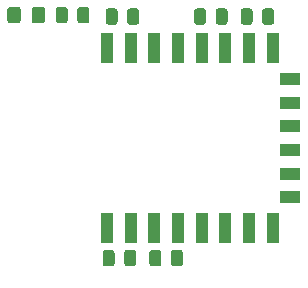
<source format=gbr>
G04 #@! TF.GenerationSoftware,KiCad,Pcbnew,6.0.5+dfsg-1~bpo11+1*
G04 #@! TF.ProjectId,esp8266_pzem16_ac,65737038-3236-4365-9f70-7a656d31365f,rev?*
G04 #@! TF.SameCoordinates,Original*
G04 #@! TF.FileFunction,Paste,Top*
G04 #@! TF.FilePolarity,Positive*
%FSLAX46Y46*%
G04 Gerber Fmt 4.6, Leading zero omitted, Abs format (unit mm)*
%MOMM*%
%LPD*%
G01*
G04 APERTURE LIST*
%ADD10R,1.000000X2.500000*%
%ADD11R,1.800000X1.000000*%
G04 APERTURE END LIST*
G36*
G01*
X80363000Y-33597000D02*
X80363000Y-32697000D01*
G75*
G02*
X80613000Y-32447000I250000J0D01*
G01*
X81138000Y-32447000D01*
G75*
G02*
X81388000Y-32697000I0J-250000D01*
G01*
X81388000Y-33597000D01*
G75*
G02*
X81138000Y-33847000I-250000J0D01*
G01*
X80613000Y-33847000D01*
G75*
G02*
X80363000Y-33597000I0J250000D01*
G01*
G37*
G36*
G01*
X82188000Y-33597000D02*
X82188000Y-32697000D01*
G75*
G02*
X82438000Y-32447000I250000J0D01*
G01*
X82963000Y-32447000D01*
G75*
G02*
X83213000Y-32697000I0J-250000D01*
G01*
X83213000Y-33597000D01*
G75*
G02*
X82963000Y-33847000I-250000J0D01*
G01*
X82438000Y-33847000D01*
G75*
G02*
X82188000Y-33597000I0J250000D01*
G01*
G37*
G36*
G01*
X75489500Y-53144000D02*
X75489500Y-54044000D01*
G75*
G02*
X75239500Y-54294000I-250000J0D01*
G01*
X74714500Y-54294000D01*
G75*
G02*
X74464500Y-54044000I0J250000D01*
G01*
X74464500Y-53144000D01*
G75*
G02*
X74714500Y-52894000I250000J0D01*
G01*
X75239500Y-52894000D01*
G75*
G02*
X75489500Y-53144000I0J-250000D01*
G01*
G37*
G36*
G01*
X73664500Y-53144000D02*
X73664500Y-54044000D01*
G75*
G02*
X73414500Y-54294000I-250000J0D01*
G01*
X72889500Y-54294000D01*
G75*
G02*
X72639500Y-54044000I0J250000D01*
G01*
X72639500Y-53144000D01*
G75*
G02*
X72889500Y-52894000I250000J0D01*
G01*
X73414500Y-52894000D01*
G75*
G02*
X73664500Y-53144000I0J-250000D01*
G01*
G37*
G36*
G01*
X76426000Y-33597000D02*
X76426000Y-32697000D01*
G75*
G02*
X76676000Y-32447000I250000J0D01*
G01*
X77201000Y-32447000D01*
G75*
G02*
X77451000Y-32697000I0J-250000D01*
G01*
X77451000Y-33597000D01*
G75*
G02*
X77201000Y-33847000I-250000J0D01*
G01*
X76676000Y-33847000D01*
G75*
G02*
X76426000Y-33597000I0J250000D01*
G01*
G37*
G36*
G01*
X78251000Y-33597000D02*
X78251000Y-32697000D01*
G75*
G02*
X78501000Y-32447000I250000J0D01*
G01*
X79026000Y-32447000D01*
G75*
G02*
X79276000Y-32697000I0J-250000D01*
G01*
X79276000Y-33597000D01*
G75*
G02*
X79026000Y-33847000I-250000J0D01*
G01*
X78501000Y-33847000D01*
G75*
G02*
X78251000Y-33597000I0J250000D01*
G01*
G37*
G36*
G01*
X67568500Y-32570000D02*
X67568500Y-33470000D01*
G75*
G02*
X67318500Y-33720000I-250000J0D01*
G01*
X66793500Y-33720000D01*
G75*
G02*
X66543500Y-33470000I0J250000D01*
G01*
X66543500Y-32570000D01*
G75*
G02*
X66793500Y-32320000I250000J0D01*
G01*
X67318500Y-32320000D01*
G75*
G02*
X67568500Y-32570000I0J-250000D01*
G01*
G37*
G36*
G01*
X65743500Y-32570000D02*
X65743500Y-33470000D01*
G75*
G02*
X65493500Y-33720000I-250000J0D01*
G01*
X64968500Y-33720000D01*
G75*
G02*
X64718500Y-33470000I0J250000D01*
G01*
X64718500Y-32570000D01*
G75*
G02*
X64968500Y-32320000I250000J0D01*
G01*
X65493500Y-32320000D01*
G75*
G02*
X65743500Y-32570000I0J-250000D01*
G01*
G37*
G36*
G01*
X63821000Y-32570000D02*
X63821000Y-33470000D01*
G75*
G02*
X63571000Y-33720000I-250000J0D01*
G01*
X62921000Y-33720000D01*
G75*
G02*
X62671000Y-33470000I0J250000D01*
G01*
X62671000Y-32570000D01*
G75*
G02*
X62921000Y-32320000I250000J0D01*
G01*
X63571000Y-32320000D01*
G75*
G02*
X63821000Y-32570000I0J-250000D01*
G01*
G37*
G36*
G01*
X61771000Y-32570000D02*
X61771000Y-33470000D01*
G75*
G02*
X61521000Y-33720000I-250000J0D01*
G01*
X60871000Y-33720000D01*
G75*
G02*
X60621000Y-33470000I0J250000D01*
G01*
X60621000Y-32570000D01*
G75*
G02*
X60871000Y-32320000I250000J0D01*
G01*
X61521000Y-32320000D01*
G75*
G02*
X61771000Y-32570000I0J-250000D01*
G01*
G37*
G36*
G01*
X68933000Y-33597000D02*
X68933000Y-32697000D01*
G75*
G02*
X69183000Y-32447000I250000J0D01*
G01*
X69708000Y-32447000D01*
G75*
G02*
X69958000Y-32697000I0J-250000D01*
G01*
X69958000Y-33597000D01*
G75*
G02*
X69708000Y-33847000I-250000J0D01*
G01*
X69183000Y-33847000D01*
G75*
G02*
X68933000Y-33597000I0J250000D01*
G01*
G37*
G36*
G01*
X70758000Y-33597000D02*
X70758000Y-32697000D01*
G75*
G02*
X71008000Y-32447000I250000J0D01*
G01*
X71533000Y-32447000D01*
G75*
G02*
X71783000Y-32697000I0J-250000D01*
G01*
X71783000Y-33597000D01*
G75*
G02*
X71533000Y-33847000I-250000J0D01*
G01*
X71008000Y-33847000D01*
G75*
G02*
X70758000Y-33597000I0J250000D01*
G01*
G37*
D10*
X69075000Y-51034000D03*
X71075000Y-51034000D03*
X73075000Y-51034000D03*
X75075000Y-51034000D03*
X77075000Y-51034000D03*
X79075000Y-51034000D03*
X81075000Y-51034000D03*
X83075000Y-51034000D03*
D11*
X84575000Y-48434000D03*
X84575000Y-46434000D03*
X84575000Y-44434000D03*
X84575000Y-42434000D03*
X84575000Y-40434000D03*
X84575000Y-38434000D03*
D10*
X83075000Y-35834000D03*
X81075000Y-35834000D03*
X79075000Y-35834000D03*
X77075000Y-35834000D03*
X75075000Y-35834000D03*
X73075000Y-35834000D03*
X71075000Y-35834000D03*
X69075000Y-35834000D03*
G36*
G01*
X71529000Y-53144000D02*
X71529000Y-54044000D01*
G75*
G02*
X71279000Y-54294000I-250000J0D01*
G01*
X70754000Y-54294000D01*
G75*
G02*
X70504000Y-54044000I0J250000D01*
G01*
X70504000Y-53144000D01*
G75*
G02*
X70754000Y-52894000I250000J0D01*
G01*
X71279000Y-52894000D01*
G75*
G02*
X71529000Y-53144000I0J-250000D01*
G01*
G37*
G36*
G01*
X69704000Y-53144000D02*
X69704000Y-54044000D01*
G75*
G02*
X69454000Y-54294000I-250000J0D01*
G01*
X68929000Y-54294000D01*
G75*
G02*
X68679000Y-54044000I0J250000D01*
G01*
X68679000Y-53144000D01*
G75*
G02*
X68929000Y-52894000I250000J0D01*
G01*
X69454000Y-52894000D01*
G75*
G02*
X69704000Y-53144000I0J-250000D01*
G01*
G37*
M02*

</source>
